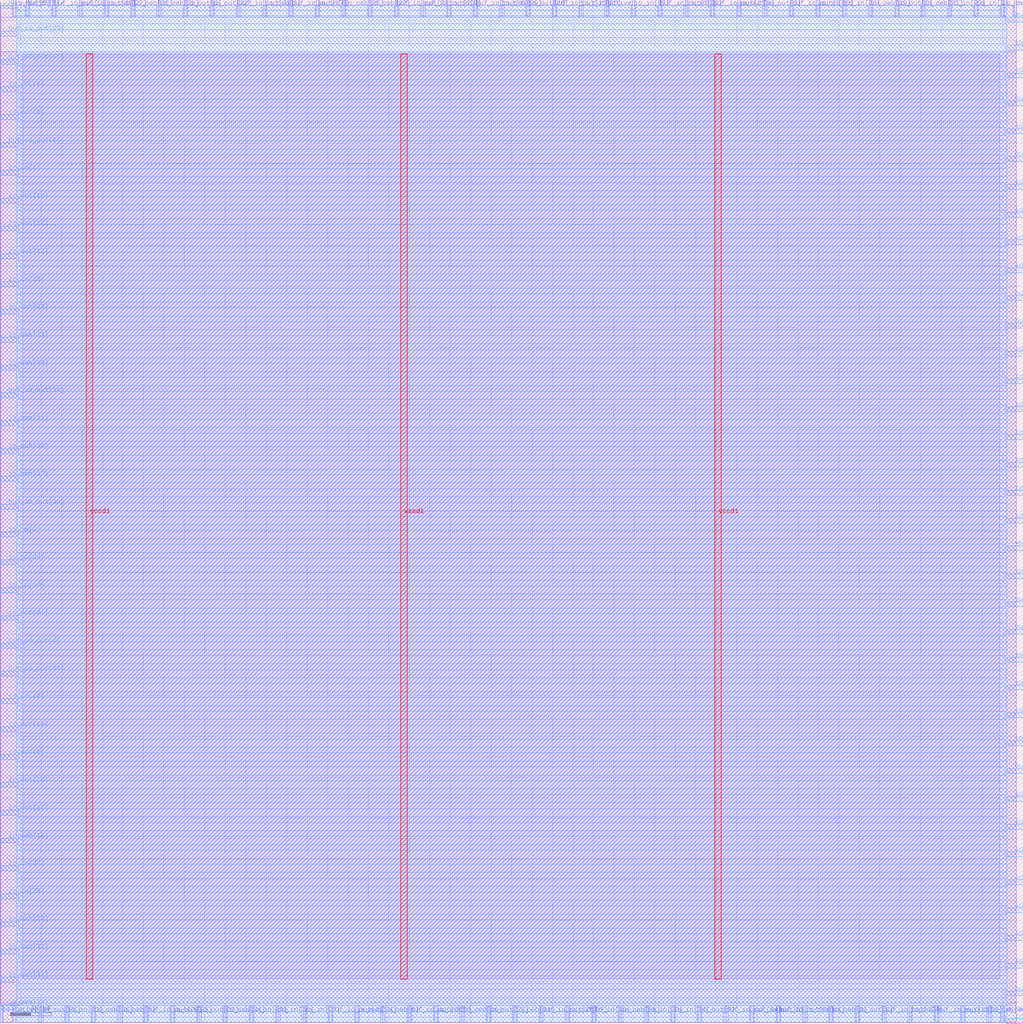
<source format=lef>
VERSION 5.7 ;
  NOWIREEXTENSIONATPIN ON ;
  DIVIDERCHAR "/" ;
  BUSBITCHARS "[]" ;
MACRO analog_wrapper
  CLASS BLOCK ;
  FOREIGN analog_wrapper ;
  ORIGIN 0.000 0.000 ;
  SIZE 250.000 BY 250.000 ;
  PIN active
    DIRECTION INPUT ;
    USE SIGNAL ;
    PORT
      LAYER met2 ;
        RECT 148.070 246.000 148.630 250.000 ;
    END
  END active
  PIN buf_io_out[0]
    DIRECTION INPUT ;
    USE SIGNAL ;
    PORT
      LAYER met2 ;
        RECT 12.830 246.000 13.390 250.000 ;
    END
  END buf_io_out[0]
  PIN buf_io_out[10]
    DIRECTION INPUT ;
    USE SIGNAL ;
    PORT
      LAYER met2 ;
        RECT 115.870 246.000 116.430 250.000 ;
    END
  END buf_io_out[10]
  PIN buf_io_out[11]
    DIRECTION INPUT ;
    USE SIGNAL ;
    PORT
      LAYER met2 ;
        RECT 228.570 0.000 229.130 4.000 ;
    END
  END buf_io_out[11]
  PIN buf_io_out[12]
    DIRECTION INPUT ;
    USE SIGNAL ;
    PORT
      LAYER met3 ;
        RECT 246.000 60.940 250.000 62.140 ;
    END
  END buf_io_out[12]
  PIN buf_io_out[13]
    DIRECTION INPUT ;
    USE SIGNAL ;
    PORT
      LAYER met2 ;
        RECT 135.190 246.000 135.750 250.000 ;
    END
  END buf_io_out[13]
  PIN buf_io_out[14]
    DIRECTION INPUT ;
    USE SIGNAL ;
    PORT
      LAYER met2 ;
        RECT 177.050 0.000 177.610 4.000 ;
    END
  END buf_io_out[14]
  PIN buf_io_out[15]
    DIRECTION INPUT ;
    USE SIGNAL ;
    PORT
      LAYER met3 ;
        RECT 0.000 234.340 4.000 235.540 ;
    END
  END buf_io_out[15]
  PIN buf_io_out[16]
    DIRECTION INPUT ;
    USE SIGNAL ;
    PORT
      LAYER met3 ;
        RECT 0.000 125.540 4.000 126.740 ;
    END
  END buf_io_out[16]
  PIN buf_io_out[17]
    DIRECTION INPUT ;
    USE SIGNAL ;
    PORT
      LAYER met2 ;
        RECT 70.790 246.000 71.350 250.000 ;
    END
  END buf_io_out[17]
  PIN buf_io_out[18]
    DIRECTION INPUT ;
    USE SIGNAL ;
    PORT
      LAYER met3 ;
        RECT 246.000 244.540 250.000 245.740 ;
    END
  END buf_io_out[18]
  PIN buf_io_out[19]
    DIRECTION INPUT ;
    USE SIGNAL ;
    PORT
      LAYER met2 ;
        RECT 19.270 246.000 19.830 250.000 ;
    END
  END buf_io_out[19]
  PIN buf_io_out[1]
    DIRECTION INPUT ;
    USE SIGNAL ;
    PORT
      LAYER met2 ;
        RECT 173.830 246.000 174.390 250.000 ;
    END
  END buf_io_out[1]
  PIN buf_io_out[20]
    DIRECTION INPUT ;
    USE SIGNAL ;
    PORT
      LAYER met3 ;
        RECT 246.000 101.740 250.000 102.940 ;
    END
  END buf_io_out[20]
  PIN buf_io_out[21]
    DIRECTION INPUT ;
    USE SIGNAL ;
    PORT
      LAYER met2 ;
        RECT 102.990 246.000 103.550 250.000 ;
    END
  END buf_io_out[21]
  PIN buf_io_out[22]
    DIRECTION INPUT ;
    USE SIGNAL ;
    PORT
      LAYER met2 ;
        RECT 215.690 0.000 216.250 4.000 ;
    END
  END buf_io_out[22]
  PIN buf_io_out[23]
    DIRECTION INPUT ;
    USE SIGNAL ;
    PORT
      LAYER met3 ;
        RECT 0.000 241.140 4.000 242.340 ;
    END
  END buf_io_out[23]
  PIN buf_io_out[24]
    DIRECTION INPUT ;
    USE SIGNAL ;
    PORT
      LAYER met3 ;
        RECT 0.000 152.740 4.000 153.940 ;
    END
  END buf_io_out[24]
  PIN buf_io_out[25]
    DIRECTION INPUT ;
    USE SIGNAL ;
    PORT
      LAYER met2 ;
        RECT 131.970 0.000 132.530 4.000 ;
    END
  END buf_io_out[25]
  PIN buf_io_out[26]
    DIRECTION INPUT ;
    USE SIGNAL ;
    PORT
      LAYER met2 ;
        RECT 189.930 0.000 190.490 4.000 ;
    END
  END buf_io_out[26]
  PIN buf_io_out[27]
    DIRECTION INPUT ;
    USE SIGNAL ;
    PORT
      LAYER met3 ;
        RECT 0.000 247.940 4.000 249.140 ;
    END
  END buf_io_out[27]
  PIN buf_io_out[28]
    DIRECTION INPUT ;
    USE SIGNAL ;
    PORT
      LAYER met3 ;
        RECT 246.000 6.540 250.000 7.740 ;
    END
  END buf_io_out[28]
  PIN buf_io_out[29]
    DIRECTION INPUT ;
    USE SIGNAL ;
    PORT
      LAYER met2 ;
        RECT 35.370 0.000 35.930 4.000 ;
    END
  END buf_io_out[29]
  PIN buf_io_out[2]
    DIRECTION INPUT ;
    USE SIGNAL ;
    PORT
      LAYER met3 ;
        RECT 0.000 213.940 4.000 215.140 ;
    END
  END buf_io_out[2]
  PIN buf_io_out[30]
    DIRECTION INPUT ;
    USE SIGNAL ;
    PORT
      LAYER met2 ;
        RECT 160.950 246.000 161.510 250.000 ;
    END
  END buf_io_out[30]
  PIN buf_io_out[31]
    DIRECTION INPUT ;
    USE SIGNAL ;
    PORT
      LAYER met2 ;
        RECT 57.910 246.000 58.470 250.000 ;
    END
  END buf_io_out[31]
  PIN buf_io_out[32]
    DIRECTION INPUT ;
    USE SIGNAL ;
    PORT
      LAYER met3 ;
        RECT 246.000 176.540 250.000 177.740 ;
    END
  END buf_io_out[32]
  PIN buf_io_out[33]
    DIRECTION INPUT ;
    USE SIGNAL ;
    PORT
      LAYER met3 ;
        RECT 246.000 224.140 250.000 225.340 ;
    END
  END buf_io_out[33]
  PIN buf_io_out[34]
    DIRECTION INPUT ;
    USE SIGNAL ;
    PORT
      LAYER met3 ;
        RECT 246.000 169.740 250.000 170.940 ;
    END
  END buf_io_out[34]
  PIN buf_io_out[35]
    DIRECTION INPUT ;
    USE SIGNAL ;
    PORT
      LAYER met2 ;
        RECT 247.890 246.000 248.450 250.000 ;
    END
  END buf_io_out[35]
  PIN buf_io_out[36]
    DIRECTION INPUT ;
    USE SIGNAL ;
    PORT
      LAYER met2 ;
        RECT 99.770 0.000 100.330 4.000 ;
    END
  END buf_io_out[36]
  PIN buf_io_out[37]
    DIRECTION INPUT ;
    USE SIGNAL ;
    PORT
      LAYER met3 ;
        RECT 0.000 84.740 4.000 85.940 ;
    END
  END buf_io_out[37]
  PIN buf_io_out[3]
    DIRECTION INPUT ;
    USE SIGNAL ;
    PORT
      LAYER met2 ;
        RECT 193.150 246.000 193.710 250.000 ;
    END
  END buf_io_out[3]
  PIN buf_io_out[4]
    DIRECTION INPUT ;
    USE SIGNAL ;
    PORT
      LAYER met2 ;
        RECT 80.450 0.000 81.010 4.000 ;
    END
  END buf_io_out[4]
  PIN buf_io_out[5]
    DIRECTION INPUT ;
    USE SIGNAL ;
    PORT
      LAYER met2 ;
        RECT 183.490 0.000 184.050 4.000 ;
    END
  END buf_io_out[5]
  PIN buf_io_out[6]
    DIRECTION INPUT ;
    USE SIGNAL ;
    PORT
      LAYER met3 ;
        RECT 0.000 91.540 4.000 92.740 ;
    END
  END buf_io_out[6]
  PIN buf_io_out[7]
    DIRECTION INPUT ;
    USE SIGNAL ;
    PORT
      LAYER met3 ;
        RECT 246.000 210.540 250.000 211.740 ;
    END
  END buf_io_out[7]
  PIN buf_io_out[8]
    DIRECTION INPUT ;
    USE SIGNAL ;
    PORT
      LAYER met3 ;
        RECT 246.000 94.940 250.000 96.140 ;
    END
  END buf_io_out[8]
  PIN buf_io_out[9]
    DIRECTION INPUT ;
    USE SIGNAL ;
    PORT
      LAYER met2 ;
        RECT 96.550 246.000 97.110 250.000 ;
    END
  END buf_io_out[9]
  PIN io_in[0]
    DIRECTION INPUT ;
    USE SIGNAL ;
    PORT
      LAYER met2 ;
        RECT 238.230 246.000 238.790 250.000 ;
    END
  END io_in[0]
  PIN io_in[10]
    DIRECTION INPUT ;
    USE SIGNAL ;
    PORT
      LAYER met2 ;
        RECT 144.850 0.000 145.410 4.000 ;
    END
  END io_in[10]
  PIN io_in[11]
    DIRECTION INPUT ;
    USE SIGNAL ;
    PORT
      LAYER met2 ;
        RECT 16.050 0.000 16.610 4.000 ;
    END
  END io_in[11]
  PIN io_in[12]
    DIRECTION INPUT ;
    USE SIGNAL ;
    PORT
      LAYER met3 ;
        RECT 0.000 77.940 4.000 79.140 ;
    END
  END io_in[12]
  PIN io_in[13]
    DIRECTION INPUT ;
    USE SIGNAL ;
    PORT
      LAYER met3 ;
        RECT 0.000 227.540 4.000 228.740 ;
    END
  END io_in[13]
  PIN io_in[14]
    DIRECTION INPUT ;
    USE SIGNAL ;
    PORT
      LAYER met3 ;
        RECT 246.000 108.540 250.000 109.740 ;
    END
  END io_in[14]
  PIN io_in[15]
    DIRECTION INPUT ;
    USE SIGNAL ;
    PORT
      LAYER met3 ;
        RECT 0.000 179.940 4.000 181.140 ;
    END
  END io_in[15]
  PIN io_in[16]
    DIRECTION INPUT ;
    USE SIGNAL ;
    PORT
      LAYER met3 ;
        RECT 246.000 20.140 250.000 21.340 ;
    END
  END io_in[16]
  PIN io_in[17]
    DIRECTION INPUT ;
    USE SIGNAL ;
    PORT
      LAYER met2 ;
        RECT 154.510 246.000 155.070 250.000 ;
    END
  END io_in[17]
  PIN io_in[18]
    DIRECTION INPUT ;
    USE SIGNAL ;
    PORT
      LAYER met2 ;
        RECT 199.590 246.000 200.150 250.000 ;
    END
  END io_in[18]
  PIN io_in[19]
    DIRECTION INPUT ;
    USE SIGNAL ;
    PORT
      LAYER met3 ;
        RECT 0.000 105.140 4.000 106.340 ;
    END
  END io_in[19]
  PIN io_in[1]
    DIRECTION INPUT ;
    USE SIGNAL ;
    PORT
      LAYER met3 ;
        RECT 0.000 207.140 4.000 208.340 ;
    END
  END io_in[1]
  PIN io_in[20]
    DIRECTION INPUT ;
    USE SIGNAL ;
    PORT
      LAYER met2 ;
        RECT 167.390 246.000 167.950 250.000 ;
    END
  END io_in[20]
  PIN io_in[21]
    DIRECTION INPUT ;
    USE SIGNAL ;
    PORT
      LAYER met3 ;
        RECT 246.000 217.340 250.000 218.540 ;
    END
  END io_in[21]
  PIN io_in[22]
    DIRECTION INPUT ;
    USE SIGNAL ;
    PORT
      LAYER met3 ;
        RECT 246.000 81.340 250.000 82.540 ;
    END
  END io_in[22]
  PIN io_in[23]
    DIRECTION INPUT ;
    USE SIGNAL ;
    PORT
      LAYER met2 ;
        RECT 231.790 246.000 232.350 250.000 ;
    END
  END io_in[23]
  PIN io_in[24]
    DIRECTION INPUT ;
    USE SIGNAL ;
    PORT
      LAYER met2 ;
        RECT 61.130 0.000 61.690 4.000 ;
    END
  END io_in[24]
  PIN io_in[25]
    DIRECTION INPUT ;
    USE SIGNAL ;
    PORT
      LAYER met3 ;
        RECT 0.000 30.340 4.000 31.540 ;
    END
  END io_in[25]
  PIN io_in[26]
    DIRECTION INPUT ;
    USE SIGNAL ;
    PORT
      LAYER met3 ;
        RECT 246.000 203.740 250.000 204.940 ;
    END
  END io_in[26]
  PIN io_in[27]
    DIRECTION INPUT ;
    USE SIGNAL ;
    PORT
      LAYER met2 ;
        RECT 74.010 0.000 74.570 4.000 ;
    END
  END io_in[27]
  PIN io_in[28]
    DIRECTION INPUT ;
    USE SIGNAL ;
    PORT
      LAYER met3 ;
        RECT 0.000 111.940 4.000 113.140 ;
    END
  END io_in[28]
  PIN io_in[29]
    DIRECTION INPUT ;
    USE SIGNAL ;
    PORT
      LAYER met2 ;
        RECT 157.730 0.000 158.290 4.000 ;
    END
  END io_in[29]
  PIN io_in[2]
    DIRECTION INPUT ;
    USE SIGNAL ;
    PORT
      LAYER met3 ;
        RECT 0.000 118.740 4.000 119.940 ;
    END
  END io_in[2]
  PIN io_in[30]
    DIRECTION INPUT ;
    USE SIGNAL ;
    PORT
      LAYER met2 ;
        RECT 206.030 246.000 206.590 250.000 ;
    END
  END io_in[30]
  PIN io_in[31]
    DIRECTION INPUT ;
    USE SIGNAL ;
    PORT
      LAYER met3 ;
        RECT 246.000 13.340 250.000 14.540 ;
    END
  END io_in[31]
  PIN io_in[32]
    DIRECTION INPUT ;
    USE SIGNAL ;
    PORT
      LAYER met3 ;
        RECT 246.000 190.140 250.000 191.340 ;
    END
  END io_in[32]
  PIN io_in[33]
    DIRECTION INPUT ;
    USE SIGNAL ;
    PORT
      LAYER met2 ;
        RECT 106.210 0.000 106.770 4.000 ;
    END
  END io_in[33]
  PIN io_in[34]
    DIRECTION INPUT ;
    USE SIGNAL ;
    PORT
      LAYER met2 ;
        RECT 164.170 0.000 164.730 4.000 ;
    END
  END io_in[34]
  PIN io_in[35]
    DIRECTION INPUT ;
    USE SIGNAL ;
    PORT
      LAYER met3 ;
        RECT 246.000 142.540 250.000 143.740 ;
    END
  END io_in[35]
  PIN io_in[36]
    DIRECTION INPUT ;
    USE SIGNAL ;
    PORT
      LAYER met2 ;
        RECT 67.570 0.000 68.130 4.000 ;
    END
  END io_in[36]
  PIN io_in[37]
    DIRECTION INPUT ;
    USE SIGNAL ;
    PORT
      LAYER met3 ;
        RECT 0.000 37.140 4.000 38.340 ;
    END
  END io_in[37]
  PIN io_in[3]
    DIRECTION INPUT ;
    USE SIGNAL ;
    PORT
      LAYER met3 ;
        RECT 246.000 128.940 250.000 130.140 ;
    END
  END io_in[3]
  PIN io_in[4]
    DIRECTION INPUT ;
    USE SIGNAL ;
    PORT
      LAYER met2 ;
        RECT 222.130 0.000 222.690 4.000 ;
    END
  END io_in[4]
  PIN io_in[5]
    DIRECTION INPUT ;
    USE SIGNAL ;
    PORT
      LAYER met3 ;
        RECT 246.000 26.940 250.000 28.140 ;
    END
  END io_in[5]
  PIN io_in[6]
    DIRECTION INPUT ;
    USE SIGNAL ;
    PORT
      LAYER met2 ;
        RECT 77.230 246.000 77.790 250.000 ;
    END
  END io_in[6]
  PIN io_in[7]
    DIRECTION INPUT ;
    USE SIGNAL ;
    PORT
      LAYER met2 ;
        RECT 109.430 246.000 109.990 250.000 ;
    END
  END io_in[7]
  PIN io_in[8]
    DIRECTION INPUT ;
    USE SIGNAL ;
    PORT
      LAYER met2 ;
        RECT 6.390 246.000 6.950 250.000 ;
    END
  END io_in[8]
  PIN io_in[9]
    DIRECTION INPUT ;
    USE SIGNAL ;
    PORT
      LAYER met2 ;
        RECT 244.670 246.000 245.230 250.000 ;
    END
  END io_in[9]
  PIN io_oeb[0]
    DIRECTION OUTPUT TRISTATE ;
    USE SIGNAL ;
    PORT
      LAYER met3 ;
        RECT 246.000 88.140 250.000 89.340 ;
    END
  END io_oeb[0]
  PIN io_oeb[10]
    DIRECTION OUTPUT TRISTATE ;
    USE SIGNAL ;
    PORT
      LAYER met2 ;
        RECT 112.650 0.000 113.210 4.000 ;
    END
  END io_oeb[10]
  PIN io_oeb[11]
    DIRECTION OUTPUT TRISTATE ;
    USE SIGNAL ;
    PORT
      LAYER met3 ;
        RECT 0.000 145.940 4.000 147.140 ;
    END
  END io_oeb[11]
  PIN io_oeb[12]
    DIRECTION OUTPUT TRISTATE ;
    USE SIGNAL ;
    PORT
      LAYER met3 ;
        RECT 0.000 43.940 4.000 45.140 ;
    END
  END io_oeb[12]
  PIN io_oeb[13]
    DIRECTION OUTPUT TRISTATE ;
    USE SIGNAL ;
    PORT
      LAYER met3 ;
        RECT 0.000 166.340 4.000 167.540 ;
    END
  END io_oeb[13]
  PIN io_oeb[14]
    DIRECTION OUTPUT TRISTATE ;
    USE SIGNAL ;
    PORT
      LAYER met2 ;
        RECT 196.370 0.000 196.930 4.000 ;
    END
  END io_oeb[14]
  PIN io_oeb[15]
    DIRECTION OUTPUT TRISTATE ;
    USE SIGNAL ;
    PORT
      LAYER met3 ;
        RECT 246.000 183.340 250.000 184.540 ;
    END
  END io_oeb[15]
  PIN io_oeb[16]
    DIRECTION OUTPUT TRISTATE ;
    USE SIGNAL ;
    PORT
      LAYER met3 ;
        RECT 246.000 47.340 250.000 48.540 ;
    END
  END io_oeb[16]
  PIN io_oeb[17]
    DIRECTION OUTPUT TRISTATE ;
    USE SIGNAL ;
    PORT
      LAYER met3 ;
        RECT 0.000 132.340 4.000 133.540 ;
    END
  END io_oeb[17]
  PIN io_oeb[18]
    DIRECTION OUTPUT TRISTATE ;
    USE SIGNAL ;
    PORT
      LAYER met3 ;
        RECT 0.000 159.540 4.000 160.740 ;
    END
  END io_oeb[18]
  PIN io_oeb[19]
    DIRECTION OUTPUT TRISTATE ;
    USE SIGNAL ;
    PORT
      LAYER met2 ;
        RECT 212.470 246.000 213.030 250.000 ;
    END
  END io_oeb[19]
  PIN io_oeb[1]
    DIRECTION OUTPUT TRISTATE ;
    USE SIGNAL ;
    PORT
      LAYER met2 ;
        RECT 3.170 0.000 3.730 4.000 ;
    END
  END io_oeb[1]
  PIN io_oeb[20]
    DIRECTION OUTPUT TRISTATE ;
    USE SIGNAL ;
    PORT
      LAYER met2 ;
        RECT 38.590 246.000 39.150 250.000 ;
    END
  END io_oeb[20]
  PIN io_oeb[21]
    DIRECTION OUTPUT TRISTATE ;
    USE SIGNAL ;
    PORT
      LAYER met3 ;
        RECT 246.000 -0.260 250.000 0.940 ;
    END
  END io_oeb[21]
  PIN io_oeb[22]
    DIRECTION OUTPUT TRISTATE ;
    USE SIGNAL ;
    PORT
      LAYER met2 ;
        RECT 32.150 246.000 32.710 250.000 ;
    END
  END io_oeb[22]
  PIN io_oeb[23]
    DIRECTION OUTPUT TRISTATE ;
    USE SIGNAL ;
    PORT
      LAYER met2 ;
        RECT 90.110 246.000 90.670 250.000 ;
    END
  END io_oeb[23]
  PIN io_oeb[24]
    DIRECTION OUTPUT TRISTATE ;
    USE SIGNAL ;
    PORT
      LAYER met3 ;
        RECT 0.000 3.140 4.000 4.340 ;
    END
  END io_oeb[24]
  PIN io_oeb[25]
    DIRECTION OUTPUT TRISTATE ;
    USE SIGNAL ;
    PORT
      LAYER met2 ;
        RECT 83.670 246.000 84.230 250.000 ;
    END
  END io_oeb[25]
  PIN io_oeb[26]
    DIRECTION OUTPUT TRISTATE ;
    USE SIGNAL ;
    PORT
      LAYER met2 ;
        RECT 22.490 0.000 23.050 4.000 ;
    END
  END io_oeb[26]
  PIN io_oeb[27]
    DIRECTION OUTPUT TRISTATE ;
    USE SIGNAL ;
    PORT
      LAYER met2 ;
        RECT 25.710 246.000 26.270 250.000 ;
    END
  END io_oeb[27]
  PIN io_oeb[28]
    DIRECTION OUTPUT TRISTATE ;
    USE SIGNAL ;
    PORT
      LAYER met3 ;
        RECT 246.000 122.140 250.000 123.340 ;
    END
  END io_oeb[28]
  PIN io_oeb[29]
    DIRECTION OUTPUT TRISTATE ;
    USE SIGNAL ;
    PORT
      LAYER met2 ;
        RECT 122.310 246.000 122.870 250.000 ;
    END
  END io_oeb[29]
  PIN io_oeb[2]
    DIRECTION OUTPUT TRISTATE ;
    USE SIGNAL ;
    PORT
      LAYER met3 ;
        RECT 246.000 74.540 250.000 75.740 ;
    END
  END io_oeb[2]
  PIN io_oeb[30]
    DIRECTION OUTPUT TRISTATE ;
    USE SIGNAL ;
    PORT
      LAYER met2 ;
        RECT 241.450 0.000 242.010 4.000 ;
    END
  END io_oeb[30]
  PIN io_oeb[31]
    DIRECTION OUTPUT TRISTATE ;
    USE SIGNAL ;
    PORT
      LAYER met2 ;
        RECT 125.530 0.000 126.090 4.000 ;
    END
  END io_oeb[31]
  PIN io_oeb[32]
    DIRECTION OUTPUT TRISTATE ;
    USE SIGNAL ;
    PORT
      LAYER met3 ;
        RECT 246.000 156.140 250.000 157.340 ;
    END
  END io_oeb[32]
  PIN io_oeb[33]
    DIRECTION OUTPUT TRISTATE ;
    USE SIGNAL ;
    PORT
      LAYER met2 ;
        RECT 225.350 246.000 225.910 250.000 ;
    END
  END io_oeb[33]
  PIN io_oeb[34]
    DIRECTION OUTPUT TRISTATE ;
    USE SIGNAL ;
    PORT
      LAYER met2 ;
        RECT 54.690 0.000 55.250 4.000 ;
    END
  END io_oeb[34]
  PIN io_oeb[35]
    DIRECTION OUTPUT TRISTATE ;
    USE SIGNAL ;
    PORT
      LAYER met3 ;
        RECT 246.000 54.140 250.000 55.340 ;
    END
  END io_oeb[35]
  PIN io_oeb[36]
    DIRECTION OUTPUT TRISTATE ;
    USE SIGNAL ;
    PORT
      LAYER met2 ;
        RECT 151.290 0.000 151.850 4.000 ;
    END
  END io_oeb[36]
  PIN io_oeb[37]
    DIRECTION OUTPUT TRISTATE ;
    USE SIGNAL ;
    PORT
      LAYER met2 ;
        RECT 244.670 0.000 245.230 4.000 ;
    END
  END io_oeb[37]
  PIN io_oeb[3]
    DIRECTION OUTPUT TRISTATE ;
    USE SIGNAL ;
    PORT
      LAYER met2 ;
        RECT 64.350 246.000 64.910 250.000 ;
    END
  END io_oeb[3]
  PIN io_oeb[4]
    DIRECTION OUTPUT TRISTATE ;
    USE SIGNAL ;
    PORT
      LAYER met2 ;
        RECT 202.810 0.000 203.370 4.000 ;
    END
  END io_oeb[4]
  PIN io_oeb[5]
    DIRECTION OUTPUT TRISTATE ;
    USE SIGNAL ;
    PORT
      LAYER met2 ;
        RECT 28.930 0.000 29.490 4.000 ;
    END
  END io_oeb[5]
  PIN io_oeb[6]
    DIRECTION OUTPUT TRISTATE ;
    USE SIGNAL ;
    PORT
      LAYER met2 ;
        RECT 93.330 0.000 93.890 4.000 ;
    END
  END io_oeb[6]
  PIN io_oeb[7]
    DIRECTION OUTPUT TRISTATE ;
    USE SIGNAL ;
    PORT
      LAYER met3 ;
        RECT 246.000 33.740 250.000 34.940 ;
    END
  END io_oeb[7]
  PIN io_oeb[8]
    DIRECTION OUTPUT TRISTATE ;
    USE SIGNAL ;
    PORT
      LAYER met3 ;
        RECT 246.000 196.940 250.000 198.140 ;
    END
  END io_oeb[8]
  PIN io_oeb[9]
    DIRECTION OUTPUT TRISTATE ;
    USE SIGNAL ;
    PORT
      LAYER met3 ;
        RECT 246.000 135.740 250.000 136.940 ;
    END
  END io_oeb[9]
  PIN io_out[0]
    DIRECTION OUTPUT TRISTATE ;
    USE SIGNAL ;
    PORT
      LAYER met2 ;
        RECT 209.250 0.000 209.810 4.000 ;
    END
  END io_out[0]
  PIN io_out[10]
    DIRECTION OUTPUT TRISTATE ;
    USE SIGNAL ;
    PORT
      LAYER met3 ;
        RECT 0.000 139.140 4.000 140.340 ;
    END
  END io_out[10]
  PIN io_out[11]
    DIRECTION OUTPUT TRISTATE ;
    USE SIGNAL ;
    PORT
      LAYER met3 ;
        RECT 246.000 67.740 250.000 68.940 ;
    END
  END io_out[11]
  PIN io_out[12]
    DIRECTION OUTPUT TRISTATE ;
    USE SIGNAL ;
    PORT
      LAYER met3 ;
        RECT 0.000 186.740 4.000 187.940 ;
    END
  END io_out[12]
  PIN io_out[13]
    DIRECTION OUTPUT TRISTATE ;
    USE SIGNAL ;
    PORT
      LAYER met3 ;
        RECT 246.000 149.340 250.000 150.540 ;
    END
  END io_out[13]
  PIN io_out[14]
    DIRECTION OUTPUT TRISTATE ;
    USE SIGNAL ;
    PORT
      LAYER met3 ;
        RECT 246.000 230.940 250.000 232.140 ;
    END
  END io_out[14]
  PIN io_out[15]
    DIRECTION OUTPUT TRISTATE ;
    USE SIGNAL ;
    PORT
      LAYER met2 ;
        RECT 235.010 0.000 235.570 4.000 ;
    END
  END io_out[15]
  PIN io_out[16]
    DIRECTION OUTPUT TRISTATE ;
    USE SIGNAL ;
    PORT
      LAYER met3 ;
        RECT 246.000 237.740 250.000 238.940 ;
    END
  END io_out[16]
  PIN io_out[17]
    DIRECTION OUTPUT TRISTATE ;
    USE SIGNAL ;
    PORT
      LAYER met3 ;
        RECT 0.000 193.540 4.000 194.740 ;
    END
  END io_out[17]
  PIN io_out[18]
    DIRECTION OUTPUT TRISTATE ;
    USE SIGNAL ;
    PORT
      LAYER met3 ;
        RECT 0.000 200.340 4.000 201.540 ;
    END
  END io_out[18]
  PIN io_out[19]
    DIRECTION OUTPUT TRISTATE ;
    USE SIGNAL ;
    PORT
      LAYER met3 ;
        RECT 0.000 71.140 4.000 72.340 ;
    END
  END io_out[19]
  PIN io_out[1]
    DIRECTION OUTPUT TRISTATE ;
    USE SIGNAL ;
    PORT
      LAYER met2 ;
        RECT -0.050 0.000 0.510 4.000 ;
    END
  END io_out[1]
  PIN io_out[20]
    DIRECTION OUTPUT TRISTATE ;
    USE SIGNAL ;
    PORT
      LAYER met3 ;
        RECT 0.000 23.540 4.000 24.740 ;
    END
  END io_out[20]
  PIN io_out[21]
    DIRECTION OUTPUT TRISTATE ;
    USE SIGNAL ;
    PORT
      LAYER met3 ;
        RECT 0.000 98.340 4.000 99.540 ;
    END
  END io_out[21]
  PIN io_out[22]
    DIRECTION OUTPUT TRISTATE ;
    USE SIGNAL ;
    PORT
      LAYER met2 ;
        RECT 51.470 246.000 52.030 250.000 ;
    END
  END io_out[22]
  PIN io_out[23]
    DIRECTION OUTPUT TRISTATE ;
    USE SIGNAL ;
    PORT
      LAYER met2 ;
        RECT 141.630 246.000 142.190 250.000 ;
    END
  END io_out[23]
  PIN io_out[24]
    DIRECTION OUTPUT TRISTATE ;
    USE SIGNAL ;
    PORT
      LAYER met3 ;
        RECT 0.000 173.140 4.000 174.340 ;
    END
  END io_out[24]
  PIN io_out[25]
    DIRECTION OUTPUT TRISTATE ;
    USE SIGNAL ;
    PORT
      LAYER met2 ;
        RECT 41.810 0.000 42.370 4.000 ;
    END
  END io_out[25]
  PIN io_out[26]
    DIRECTION OUTPUT TRISTATE ;
    USE SIGNAL ;
    PORT
      LAYER met2 ;
        RECT 9.610 0.000 10.170 4.000 ;
    END
  END io_out[26]
  PIN io_out[27]
    DIRECTION OUTPUT TRISTATE ;
    USE SIGNAL ;
    PORT
      LAYER met3 ;
        RECT 0.000 50.740 4.000 51.940 ;
    END
  END io_out[27]
  PIN io_out[28]
    DIRECTION OUTPUT TRISTATE ;
    USE SIGNAL ;
    PORT
      LAYER met2 ;
        RECT 128.750 246.000 129.310 250.000 ;
    END
  END io_out[28]
  PIN io_out[29]
    DIRECTION OUTPUT TRISTATE ;
    USE SIGNAL ;
    PORT
      LAYER met2 ;
        RECT 119.090 0.000 119.650 4.000 ;
    END
  END io_out[29]
  PIN io_out[2]
    DIRECTION OUTPUT TRISTATE ;
    USE SIGNAL ;
    PORT
      LAYER met2 ;
        RECT 218.910 246.000 219.470 250.000 ;
    END
  END io_out[2]
  PIN io_out[30]
    DIRECTION OUTPUT TRISTATE ;
    USE SIGNAL ;
    PORT
      LAYER met3 ;
        RECT 246.000 40.540 250.000 41.740 ;
    END
  END io_out[30]
  PIN io_out[31]
    DIRECTION OUTPUT TRISTATE ;
    USE SIGNAL ;
    PORT
      LAYER met3 ;
        RECT 0.000 9.940 4.000 11.140 ;
    END
  END io_out[31]
  PIN io_out[32]
    DIRECTION OUTPUT TRISTATE ;
    USE SIGNAL ;
    PORT
      LAYER met3 ;
        RECT 0.000 16.740 4.000 17.940 ;
    END
  END io_out[32]
  PIN io_out[33]
    DIRECTION OUTPUT TRISTATE ;
    USE SIGNAL ;
    PORT
      LAYER met2 ;
        RECT 48.250 0.000 48.810 4.000 ;
    END
  END io_out[33]
  PIN io_out[34]
    DIRECTION OUTPUT TRISTATE ;
    USE SIGNAL ;
    PORT
      LAYER met2 ;
        RECT 86.890 0.000 87.450 4.000 ;
    END
  END io_out[34]
  PIN io_out[35]
    DIRECTION OUTPUT TRISTATE ;
    USE SIGNAL ;
    PORT
      LAYER met3 ;
        RECT 0.000 57.540 4.000 58.740 ;
    END
  END io_out[35]
  PIN io_out[36]
    DIRECTION OUTPUT TRISTATE ;
    USE SIGNAL ;
    PORT
      LAYER met3 ;
        RECT 246.000 162.940 250.000 164.140 ;
    END
  END io_out[36]
  PIN io_out[37]
    DIRECTION OUTPUT TRISTATE ;
    USE SIGNAL ;
    PORT
      LAYER met2 ;
        RECT 138.410 0.000 138.970 4.000 ;
    END
  END io_out[37]
  PIN io_out[3]
    DIRECTION OUTPUT TRISTATE ;
    USE SIGNAL ;
    PORT
      LAYER met2 ;
        RECT 186.710 246.000 187.270 250.000 ;
    END
  END io_out[3]
  PIN io_out[4]
    DIRECTION OUTPUT TRISTATE ;
    USE SIGNAL ;
    PORT
      LAYER met2 ;
        RECT 180.270 246.000 180.830 250.000 ;
    END
  END io_out[4]
  PIN io_out[5]
    DIRECTION OUTPUT TRISTATE ;
    USE SIGNAL ;
    PORT
      LAYER met2 ;
        RECT 3.170 246.000 3.730 250.000 ;
    END
  END io_out[5]
  PIN io_out[6]
    DIRECTION OUTPUT TRISTATE ;
    USE SIGNAL ;
    PORT
      LAYER met2 ;
        RECT 45.030 246.000 45.590 250.000 ;
    END
  END io_out[6]
  PIN io_out[7]
    DIRECTION OUTPUT TRISTATE ;
    USE SIGNAL ;
    PORT
      LAYER met2 ;
        RECT 170.610 0.000 171.170 4.000 ;
    END
  END io_out[7]
  PIN io_out[8]
    DIRECTION OUTPUT TRISTATE ;
    USE SIGNAL ;
    PORT
      LAYER met3 ;
        RECT 0.000 64.340 4.000 65.540 ;
    END
  END io_out[8]
  PIN io_out[9]
    DIRECTION OUTPUT TRISTATE ;
    USE SIGNAL ;
    PORT
      LAYER met3 ;
        RECT 0.000 220.740 4.000 221.940 ;
    END
  END io_out[9]
  PIN vccd1
    DIRECTION INOUT ;
    USE POWER ;
    PORT
      LAYER met4 ;
        RECT 21.040 10.640 22.640 236.880 ;
    END
    PORT
      LAYER met4 ;
        RECT 174.640 10.640 176.240 236.880 ;
    END
  END vccd1
  PIN vssd1
    DIRECTION INOUT ;
    USE GROUND ;
    PORT
      LAYER met4 ;
        RECT 97.840 10.640 99.440 236.880 ;
    END
  END vssd1
  PIN wb_clk_i
    DIRECTION INPUT ;
    USE SIGNAL ;
    PORT
      LAYER met3 ;
        RECT 246.000 115.340 250.000 116.540 ;
    END
  END wb_clk_i
  OBS
      LAYER li1 ;
        RECT 5.520 10.795 244.260 236.725 ;
      LAYER met1 ;
        RECT 0.070 4.800 248.330 237.280 ;
      LAYER met2 ;
        RECT 0.100 245.720 2.890 248.725 ;
        RECT 4.010 245.720 6.110 248.725 ;
        RECT 7.230 245.720 12.550 248.725 ;
        RECT 13.670 245.720 18.990 248.725 ;
        RECT 20.110 245.720 25.430 248.725 ;
        RECT 26.550 245.720 31.870 248.725 ;
        RECT 32.990 245.720 38.310 248.725 ;
        RECT 39.430 245.720 44.750 248.725 ;
        RECT 45.870 245.720 51.190 248.725 ;
        RECT 52.310 245.720 57.630 248.725 ;
        RECT 58.750 245.720 64.070 248.725 ;
        RECT 65.190 245.720 70.510 248.725 ;
        RECT 71.630 245.720 76.950 248.725 ;
        RECT 78.070 245.720 83.390 248.725 ;
        RECT 84.510 245.720 89.830 248.725 ;
        RECT 90.950 245.720 96.270 248.725 ;
        RECT 97.390 245.720 102.710 248.725 ;
        RECT 103.830 245.720 109.150 248.725 ;
        RECT 110.270 245.720 115.590 248.725 ;
        RECT 116.710 245.720 122.030 248.725 ;
        RECT 123.150 245.720 128.470 248.725 ;
        RECT 129.590 245.720 134.910 248.725 ;
        RECT 136.030 245.720 141.350 248.725 ;
        RECT 142.470 245.720 147.790 248.725 ;
        RECT 148.910 245.720 154.230 248.725 ;
        RECT 155.350 245.720 160.670 248.725 ;
        RECT 161.790 245.720 167.110 248.725 ;
        RECT 168.230 245.720 173.550 248.725 ;
        RECT 174.670 245.720 179.990 248.725 ;
        RECT 181.110 245.720 186.430 248.725 ;
        RECT 187.550 245.720 192.870 248.725 ;
        RECT 193.990 245.720 199.310 248.725 ;
        RECT 200.430 245.720 205.750 248.725 ;
        RECT 206.870 245.720 212.190 248.725 ;
        RECT 213.310 245.720 218.630 248.725 ;
        RECT 219.750 245.720 225.070 248.725 ;
        RECT 226.190 245.720 231.510 248.725 ;
        RECT 232.630 245.720 237.950 248.725 ;
        RECT 239.070 245.720 244.390 248.725 ;
        RECT 245.510 245.720 247.610 248.725 ;
        RECT 0.100 4.280 248.300 245.720 ;
        RECT 0.790 0.155 2.890 4.280 ;
        RECT 4.010 0.155 9.330 4.280 ;
        RECT 10.450 0.155 15.770 4.280 ;
        RECT 16.890 0.155 22.210 4.280 ;
        RECT 23.330 0.155 28.650 4.280 ;
        RECT 29.770 0.155 35.090 4.280 ;
        RECT 36.210 0.155 41.530 4.280 ;
        RECT 42.650 0.155 47.970 4.280 ;
        RECT 49.090 0.155 54.410 4.280 ;
        RECT 55.530 0.155 60.850 4.280 ;
        RECT 61.970 0.155 67.290 4.280 ;
        RECT 68.410 0.155 73.730 4.280 ;
        RECT 74.850 0.155 80.170 4.280 ;
        RECT 81.290 0.155 86.610 4.280 ;
        RECT 87.730 0.155 93.050 4.280 ;
        RECT 94.170 0.155 99.490 4.280 ;
        RECT 100.610 0.155 105.930 4.280 ;
        RECT 107.050 0.155 112.370 4.280 ;
        RECT 113.490 0.155 118.810 4.280 ;
        RECT 119.930 0.155 125.250 4.280 ;
        RECT 126.370 0.155 131.690 4.280 ;
        RECT 132.810 0.155 138.130 4.280 ;
        RECT 139.250 0.155 144.570 4.280 ;
        RECT 145.690 0.155 151.010 4.280 ;
        RECT 152.130 0.155 157.450 4.280 ;
        RECT 158.570 0.155 163.890 4.280 ;
        RECT 165.010 0.155 170.330 4.280 ;
        RECT 171.450 0.155 176.770 4.280 ;
        RECT 177.890 0.155 183.210 4.280 ;
        RECT 184.330 0.155 189.650 4.280 ;
        RECT 190.770 0.155 196.090 4.280 ;
        RECT 197.210 0.155 202.530 4.280 ;
        RECT 203.650 0.155 208.970 4.280 ;
        RECT 210.090 0.155 215.410 4.280 ;
        RECT 216.530 0.155 221.850 4.280 ;
        RECT 222.970 0.155 228.290 4.280 ;
        RECT 229.410 0.155 234.730 4.280 ;
        RECT 235.850 0.155 241.170 4.280 ;
        RECT 242.290 0.155 244.390 4.280 ;
        RECT 245.510 0.155 248.300 4.280 ;
      LAYER met3 ;
        RECT 4.400 247.540 246.000 248.705 ;
        RECT 4.000 246.140 246.000 247.540 ;
        RECT 4.000 244.140 245.600 246.140 ;
        RECT 4.000 242.740 246.000 244.140 ;
        RECT 4.400 240.740 246.000 242.740 ;
        RECT 4.000 239.340 246.000 240.740 ;
        RECT 4.000 237.340 245.600 239.340 ;
        RECT 4.000 235.940 246.000 237.340 ;
        RECT 4.400 233.940 246.000 235.940 ;
        RECT 4.000 232.540 246.000 233.940 ;
        RECT 4.000 230.540 245.600 232.540 ;
        RECT 4.000 229.140 246.000 230.540 ;
        RECT 4.400 227.140 246.000 229.140 ;
        RECT 4.000 225.740 246.000 227.140 ;
        RECT 4.000 223.740 245.600 225.740 ;
        RECT 4.000 222.340 246.000 223.740 ;
        RECT 4.400 220.340 246.000 222.340 ;
        RECT 4.000 218.940 246.000 220.340 ;
        RECT 4.000 216.940 245.600 218.940 ;
        RECT 4.000 215.540 246.000 216.940 ;
        RECT 4.400 213.540 246.000 215.540 ;
        RECT 4.000 212.140 246.000 213.540 ;
        RECT 4.000 210.140 245.600 212.140 ;
        RECT 4.000 208.740 246.000 210.140 ;
        RECT 4.400 206.740 246.000 208.740 ;
        RECT 4.000 205.340 246.000 206.740 ;
        RECT 4.000 203.340 245.600 205.340 ;
        RECT 4.000 201.940 246.000 203.340 ;
        RECT 4.400 199.940 246.000 201.940 ;
        RECT 4.000 198.540 246.000 199.940 ;
        RECT 4.000 196.540 245.600 198.540 ;
        RECT 4.000 195.140 246.000 196.540 ;
        RECT 4.400 193.140 246.000 195.140 ;
        RECT 4.000 191.740 246.000 193.140 ;
        RECT 4.000 189.740 245.600 191.740 ;
        RECT 4.000 188.340 246.000 189.740 ;
        RECT 4.400 186.340 246.000 188.340 ;
        RECT 4.000 184.940 246.000 186.340 ;
        RECT 4.000 182.940 245.600 184.940 ;
        RECT 4.000 181.540 246.000 182.940 ;
        RECT 4.400 179.540 246.000 181.540 ;
        RECT 4.000 178.140 246.000 179.540 ;
        RECT 4.000 176.140 245.600 178.140 ;
        RECT 4.000 174.740 246.000 176.140 ;
        RECT 4.400 172.740 246.000 174.740 ;
        RECT 4.000 171.340 246.000 172.740 ;
        RECT 4.000 169.340 245.600 171.340 ;
        RECT 4.000 167.940 246.000 169.340 ;
        RECT 4.400 165.940 246.000 167.940 ;
        RECT 4.000 164.540 246.000 165.940 ;
        RECT 4.000 162.540 245.600 164.540 ;
        RECT 4.000 161.140 246.000 162.540 ;
        RECT 4.400 159.140 246.000 161.140 ;
        RECT 4.000 157.740 246.000 159.140 ;
        RECT 4.000 155.740 245.600 157.740 ;
        RECT 4.000 154.340 246.000 155.740 ;
        RECT 4.400 152.340 246.000 154.340 ;
        RECT 4.000 150.940 246.000 152.340 ;
        RECT 4.000 148.940 245.600 150.940 ;
        RECT 4.000 147.540 246.000 148.940 ;
        RECT 4.400 145.540 246.000 147.540 ;
        RECT 4.000 144.140 246.000 145.540 ;
        RECT 4.000 142.140 245.600 144.140 ;
        RECT 4.000 140.740 246.000 142.140 ;
        RECT 4.400 138.740 246.000 140.740 ;
        RECT 4.000 137.340 246.000 138.740 ;
        RECT 4.000 135.340 245.600 137.340 ;
        RECT 4.000 133.940 246.000 135.340 ;
        RECT 4.400 131.940 246.000 133.940 ;
        RECT 4.000 130.540 246.000 131.940 ;
        RECT 4.000 128.540 245.600 130.540 ;
        RECT 4.000 127.140 246.000 128.540 ;
        RECT 4.400 125.140 246.000 127.140 ;
        RECT 4.000 123.740 246.000 125.140 ;
        RECT 4.000 121.740 245.600 123.740 ;
        RECT 4.000 120.340 246.000 121.740 ;
        RECT 4.400 118.340 246.000 120.340 ;
        RECT 4.000 116.940 246.000 118.340 ;
        RECT 4.000 114.940 245.600 116.940 ;
        RECT 4.000 113.540 246.000 114.940 ;
        RECT 4.400 111.540 246.000 113.540 ;
        RECT 4.000 110.140 246.000 111.540 ;
        RECT 4.000 108.140 245.600 110.140 ;
        RECT 4.000 106.740 246.000 108.140 ;
        RECT 4.400 104.740 246.000 106.740 ;
        RECT 4.000 103.340 246.000 104.740 ;
        RECT 4.000 101.340 245.600 103.340 ;
        RECT 4.000 99.940 246.000 101.340 ;
        RECT 4.400 97.940 246.000 99.940 ;
        RECT 4.000 96.540 246.000 97.940 ;
        RECT 4.000 94.540 245.600 96.540 ;
        RECT 4.000 93.140 246.000 94.540 ;
        RECT 4.400 91.140 246.000 93.140 ;
        RECT 4.000 89.740 246.000 91.140 ;
        RECT 4.000 87.740 245.600 89.740 ;
        RECT 4.000 86.340 246.000 87.740 ;
        RECT 4.400 84.340 246.000 86.340 ;
        RECT 4.000 82.940 246.000 84.340 ;
        RECT 4.000 80.940 245.600 82.940 ;
        RECT 4.000 79.540 246.000 80.940 ;
        RECT 4.400 77.540 246.000 79.540 ;
        RECT 4.000 76.140 246.000 77.540 ;
        RECT 4.000 74.140 245.600 76.140 ;
        RECT 4.000 72.740 246.000 74.140 ;
        RECT 4.400 70.740 246.000 72.740 ;
        RECT 4.000 69.340 246.000 70.740 ;
        RECT 4.000 67.340 245.600 69.340 ;
        RECT 4.000 65.940 246.000 67.340 ;
        RECT 4.400 63.940 246.000 65.940 ;
        RECT 4.000 62.540 246.000 63.940 ;
        RECT 4.000 60.540 245.600 62.540 ;
        RECT 4.000 59.140 246.000 60.540 ;
        RECT 4.400 57.140 246.000 59.140 ;
        RECT 4.000 55.740 246.000 57.140 ;
        RECT 4.000 53.740 245.600 55.740 ;
        RECT 4.000 52.340 246.000 53.740 ;
        RECT 4.400 50.340 246.000 52.340 ;
        RECT 4.000 48.940 246.000 50.340 ;
        RECT 4.000 46.940 245.600 48.940 ;
        RECT 4.000 45.540 246.000 46.940 ;
        RECT 4.400 43.540 246.000 45.540 ;
        RECT 4.000 42.140 246.000 43.540 ;
        RECT 4.000 40.140 245.600 42.140 ;
        RECT 4.000 38.740 246.000 40.140 ;
        RECT 4.400 36.740 246.000 38.740 ;
        RECT 4.000 35.340 246.000 36.740 ;
        RECT 4.000 33.340 245.600 35.340 ;
        RECT 4.000 31.940 246.000 33.340 ;
        RECT 4.400 29.940 246.000 31.940 ;
        RECT 4.000 28.540 246.000 29.940 ;
        RECT 4.000 26.540 245.600 28.540 ;
        RECT 4.000 25.140 246.000 26.540 ;
        RECT 4.400 23.140 246.000 25.140 ;
        RECT 4.000 21.740 246.000 23.140 ;
        RECT 4.000 19.740 245.600 21.740 ;
        RECT 4.000 18.340 246.000 19.740 ;
        RECT 4.400 16.340 246.000 18.340 ;
        RECT 4.000 14.940 246.000 16.340 ;
        RECT 4.000 12.940 245.600 14.940 ;
        RECT 4.000 11.540 246.000 12.940 ;
        RECT 4.400 9.540 246.000 11.540 ;
        RECT 4.000 8.140 246.000 9.540 ;
        RECT 4.000 6.140 245.600 8.140 ;
        RECT 4.000 4.740 246.000 6.140 ;
        RECT 4.400 2.740 246.000 4.740 ;
        RECT 4.000 1.340 246.000 2.740 ;
        RECT 4.000 0.175 245.600 1.340 ;
  END
END analog_wrapper
END LIBRARY


</source>
